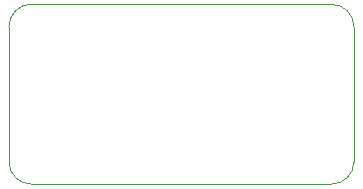
<source format=gbr>
%TF.GenerationSoftware,KiCad,Pcbnew,8.0.6*%
%TF.CreationDate,2024-12-25T17:09:28-08:00*%
%TF.ProjectId,USB_LED_Controller,5553425f-4c45-4445-9f43-6f6e74726f6c,rev?*%
%TF.SameCoordinates,Original*%
%TF.FileFunction,Profile,NP*%
%FSLAX46Y46*%
G04 Gerber Fmt 4.6, Leading zero omitted, Abs format (unit mm)*
G04 Created by KiCad (PCBNEW 8.0.6) date 2024-12-25 17:09:28*
%MOMM*%
%LPD*%
G01*
G04 APERTURE LIST*
%TA.AperFunction,Profile*%
%ADD10C,0.050000*%
%TD*%
G04 APERTURE END LIST*
D10*
X67310000Y-65405000D02*
X67310000Y-76835000D01*
X94615000Y-78740000D02*
X69215000Y-78740000D01*
X96520000Y-65405000D02*
X96520000Y-76835000D01*
X69215000Y-63500000D02*
X94615000Y-63500000D01*
X69215000Y-78740000D02*
G75*
G02*
X67310000Y-76835000I0J1905000D01*
G01*
X96520000Y-76835000D02*
G75*
G02*
X94615000Y-78740000I-1905000J0D01*
G01*
X94615000Y-63500000D02*
G75*
G02*
X96520000Y-65405000I0J-1905000D01*
G01*
X67310000Y-65405000D02*
G75*
G02*
X69215000Y-63500000I1905000J0D01*
G01*
M02*

</source>
